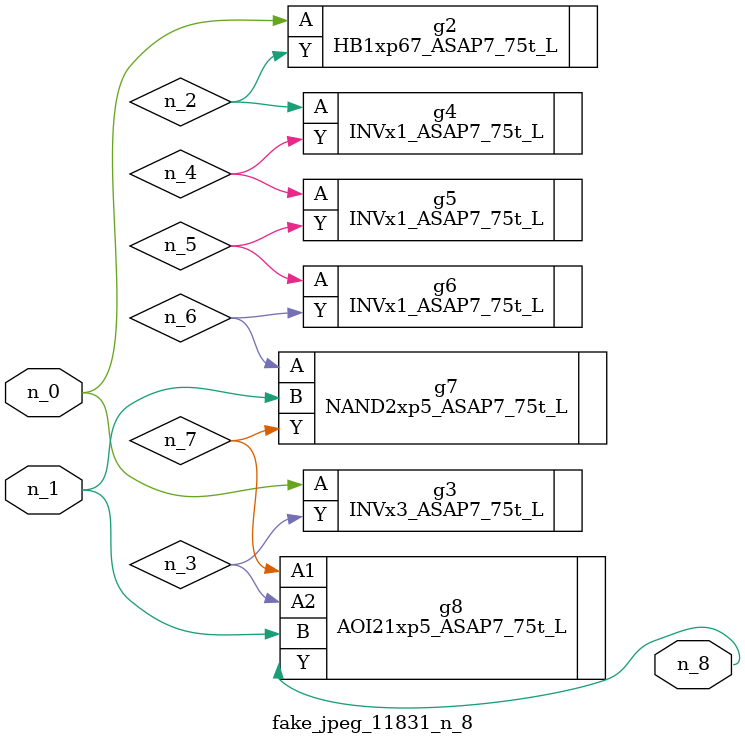
<source format=v>
module fake_jpeg_11831_n_8 (n_0, n_1, n_8);

input n_0;
input n_1;

output n_8;

wire n_2;
wire n_3;
wire n_4;
wire n_6;
wire n_5;
wire n_7;

HB1xp67_ASAP7_75t_L g2 ( 
.A(n_0),
.Y(n_2)
);

INVx3_ASAP7_75t_L g3 ( 
.A(n_0),
.Y(n_3)
);

INVx1_ASAP7_75t_L g4 ( 
.A(n_2),
.Y(n_4)
);

INVx1_ASAP7_75t_L g5 ( 
.A(n_4),
.Y(n_5)
);

INVx1_ASAP7_75t_L g6 ( 
.A(n_5),
.Y(n_6)
);

NAND2xp5_ASAP7_75t_L g7 ( 
.A(n_6),
.B(n_1),
.Y(n_7)
);

AOI21xp5_ASAP7_75t_L g8 ( 
.A1(n_7),
.A2(n_3),
.B(n_1),
.Y(n_8)
);


endmodule
</source>
